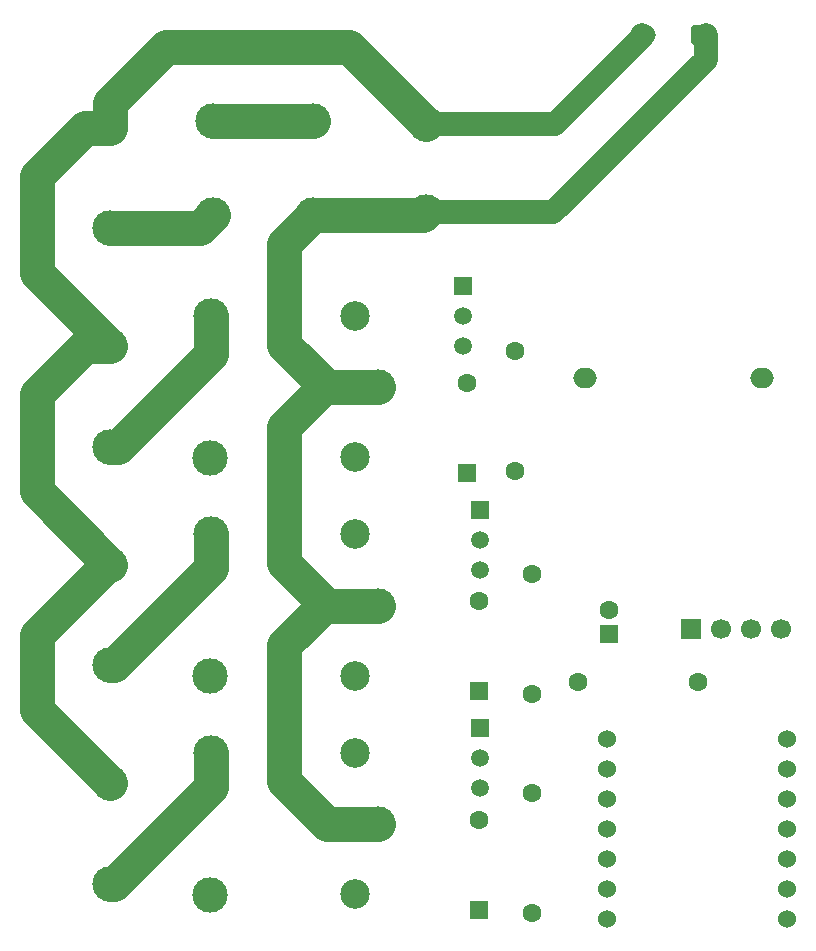
<source format=gbr>
%TF.GenerationSoftware,KiCad,Pcbnew,9.0.5*%
%TF.CreationDate,2025-11-05T07:39:26+01:00*%
%TF.ProjectId,power-sequencer-pcb,706f7765-722d-4736-9571-75656e636572,B*%
%TF.SameCoordinates,Original*%
%TF.FileFunction,Copper,L4,Bot*%
%TF.FilePolarity,Positive*%
%FSLAX46Y46*%
G04 Gerber Fmt 4.6, Leading zero omitted, Abs format (unit mm)*
G04 Created by KiCad (PCBNEW 9.0.5) date 2025-11-05 07:39:26*
%MOMM*%
%LPD*%
G01*
G04 APERTURE LIST*
G04 Aperture macros list*
%AMRoundRect*
0 Rectangle with rounded corners*
0 $1 Rounding radius*
0 $2 $3 $4 $5 $6 $7 $8 $9 X,Y pos of 4 corners*
0 Add a 4 corners polygon primitive as box body*
4,1,4,$2,$3,$4,$5,$6,$7,$8,$9,$2,$3,0*
0 Add four circle primitives for the rounded corners*
1,1,$1+$1,$2,$3*
1,1,$1+$1,$4,$5*
1,1,$1+$1,$6,$7*
1,1,$1+$1,$8,$9*
0 Add four rect primitives between the rounded corners*
20,1,$1+$1,$2,$3,$4,$5,0*
20,1,$1+$1,$4,$5,$6,$7,0*
20,1,$1+$1,$6,$7,$8,$9,0*
20,1,$1+$1,$8,$9,$2,$3,0*%
G04 Aperture macros list end*
%TA.AperFunction,ComponentPad*%
%ADD10C,3.000000*%
%TD*%
%TA.AperFunction,ComponentPad*%
%ADD11C,1.600000*%
%TD*%
%TA.AperFunction,ComponentPad*%
%ADD12RoundRect,0.250000X0.550000X-0.550000X0.550000X0.550000X-0.550000X0.550000X-0.550000X-0.550000X0*%
%TD*%
%TA.AperFunction,ComponentPad*%
%ADD13C,2.500000*%
%TD*%
%TA.AperFunction,ComponentPad*%
%ADD14C,1.524000*%
%TD*%
%TA.AperFunction,ComponentPad*%
%ADD15R,1.500000X1.500000*%
%TD*%
%TA.AperFunction,ComponentPad*%
%ADD16C,1.500000*%
%TD*%
%TA.AperFunction,ComponentPad*%
%ADD17R,1.700000X1.700000*%
%TD*%
%TA.AperFunction,ComponentPad*%
%ADD18C,1.700000*%
%TD*%
%TA.AperFunction,ComponentPad*%
%ADD19RoundRect,0.250000X-0.750000X0.600000X-0.750000X-0.600000X0.750000X-0.600000X0.750000X0.600000X0*%
%TD*%
%TA.AperFunction,ComponentPad*%
%ADD20O,2.000000X1.700000*%
%TD*%
%TA.AperFunction,Conductor*%
%ADD21C,3.000000*%
%TD*%
%TA.AperFunction,Conductor*%
%ADD22C,2.000000*%
%TD*%
G04 APERTURE END LIST*
D10*
%TO.P,SW2,1,A*%
%TO.N,Net-(SW2-A)*%
X103500000Y-69000000D03*
%TO.P,SW2,2,B*%
%TO.N,AC_L*%
X103500000Y-77000000D03*
%TD*%
%TO.P,J1,1,Pin_1*%
%TO.N,Net-(J1-Pin_1)*%
X86307500Y-78095000D03*
%TO.P,J1,2,Pin_2*%
%TO.N,AC_N*%
X86307500Y-69595000D03*
%TD*%
%TO.P,J2,1,Pin_1*%
%TO.N,Net-(J2-Pin_1)*%
X86307500Y-96595000D03*
%TO.P,J2,2,Pin_2*%
%TO.N,AC_N*%
X86307500Y-88095000D03*
%TD*%
%TO.P,J4,1,Pin_1*%
%TO.N,Net-(J4-Pin_1)*%
X86307500Y-133595000D03*
%TO.P,J4,2,Pin_2*%
%TO.N,AC_N*%
X86307500Y-125095000D03*
%TD*%
D11*
%TO.P,R3,1*%
%TO.N,Net-(Q2-B)*%
X122000000Y-107420000D03*
%TO.P,R3,2*%
%TO.N,Net-(U1-GPIO4{slash}MISO)*%
X122000000Y-117580000D03*
%TD*%
D12*
%TO.P,D3,1,K*%
%TO.N,+5V*%
X117500000Y-135810000D03*
D11*
%TO.P,D3,2,A*%
%TO.N,Net-(D3-A)*%
X117500000Y-128190000D03*
%TD*%
%TO.P,R2,1*%
%TO.N,Net-(Q1-B)*%
X120595000Y-88515000D03*
%TO.P,R2,2*%
%TO.N,Net-(U1-GPIO2{slash}SCK)*%
X120595000Y-98675000D03*
%TD*%
D10*
%TO.P,K2,1*%
%TO.N,AC_L*%
X108950000Y-110050000D03*
D13*
%TO.P,K2,2*%
%TO.N,Net-(D2-A)*%
X107000000Y-104000000D03*
D10*
%TO.P,K2,3*%
%TO.N,Net-(J3-Pin_1)*%
X94800000Y-104000000D03*
%TO.P,K2,4*%
%TO.N,unconnected-(K2-Pad4)*%
X94750000Y-116050000D03*
D13*
%TO.P,K2,5*%
%TO.N,+5V*%
X107000000Y-116000000D03*
%TD*%
D10*
%TO.P,RV1,1*%
%TO.N,AC_L*%
X113000000Y-76750000D03*
%TO.P,RV1,2*%
%TO.N,AC_N*%
X113000000Y-69250000D03*
%TD*%
D12*
%TO.P,C1,1*%
%TO.N,+5V*%
X128500000Y-112455113D03*
D11*
%TO.P,C1,2*%
%TO.N,DC_GND*%
X128500000Y-110455113D03*
%TD*%
D14*
%TO.P,U1,1,GPIO26/ADC0/A0*%
%TO.N,unconnected-(U1-GPIO26{slash}ADC0{slash}A0-Pad1)*%
X143620000Y-136620000D03*
%TO.P,U1,2,GPIO27/ADC1/A1*%
%TO.N,unconnected-(U1-GPIO27{slash}ADC1{slash}A1-Pad2)*%
X143620000Y-134080000D03*
%TO.P,U1,3,GPIO28/ADC2/A2*%
%TO.N,unconnected-(U1-GPIO28{slash}ADC2{slash}A2-Pad3)*%
X143620000Y-131540000D03*
%TO.P,U1,4,GPIO29/ADC3/A3*%
%TO.N,unconnected-(U1-GPIO29{slash}ADC3{slash}A3-Pad4)*%
X143620000Y-129000000D03*
%TO.P,U1,5,GPIO6/SDA*%
%TO.N,BUTTON*%
X143620000Y-126460000D03*
%TO.P,U1,6,GPIO7/SCL*%
%TO.N,LED*%
X143620000Y-123920000D03*
%TO.P,U1,7,GPIO0/TX*%
%TO.N,unconnected-(U1-GPIO0{slash}TX-Pad7)*%
X143620000Y-121380000D03*
%TO.P,U1,8,GPIO1/RX*%
%TO.N,unconnected-(U1-GPIO1{slash}RX-Pad8)*%
X128380000Y-121380000D03*
%TO.P,U1,9,GPIO2/SCK*%
%TO.N,Net-(U1-GPIO2{slash}SCK)*%
X128380000Y-123920000D03*
%TO.P,U1,10,GPIO4/MISO*%
%TO.N,Net-(U1-GPIO4{slash}MISO)*%
X128380000Y-126460000D03*
%TO.P,U1,11,GPIO3/MOSI*%
%TO.N,Net-(U1-GPIO3{slash}MOSI)*%
X128380000Y-129000000D03*
%TO.P,U1,12,3V3*%
%TO.N,+3V3*%
X128380000Y-131540000D03*
%TO.P,U1,13,GND*%
%TO.N,DC_GND*%
X128380000Y-134080000D03*
%TO.P,U1,14,VBUS*%
%TO.N,+5V*%
X128380000Y-136620000D03*
%TD*%
D10*
%TO.P,J3,1,Pin_1*%
%TO.N,Net-(J3-Pin_1)*%
X86307500Y-115095000D03*
%TO.P,J3,2,Pin_2*%
%TO.N,AC_N*%
X86307500Y-106595000D03*
%TD*%
D12*
%TO.P,D2,1,K*%
%TO.N,+5V*%
X117500000Y-117310000D03*
D11*
%TO.P,D2,2,A*%
%TO.N,Net-(D2-A)*%
X117500000Y-109690000D03*
%TD*%
D10*
%TO.P,K3,1*%
%TO.N,AC_L*%
X108950000Y-128550000D03*
D13*
%TO.P,K3,2*%
%TO.N,Net-(D3-A)*%
X107000000Y-122500000D03*
D10*
%TO.P,K3,3*%
%TO.N,Net-(J4-Pin_1)*%
X94800000Y-122500000D03*
%TO.P,K3,4*%
%TO.N,unconnected-(K3-Pad4)*%
X94750000Y-134550000D03*
D13*
%TO.P,K3,5*%
%TO.N,+5V*%
X107000000Y-134500000D03*
%TD*%
D11*
%TO.P,R4,1*%
%TO.N,Net-(Q3-B)*%
X122000000Y-125920000D03*
%TO.P,R4,2*%
%TO.N,Net-(U1-GPIO3{slash}MOSI)*%
X122000000Y-136080000D03*
%TD*%
D12*
%TO.P,D1,1,K*%
%TO.N,+5V*%
X116500000Y-98810000D03*
D11*
%TO.P,D1,2,A*%
%TO.N,Net-(D1-A)*%
X116500000Y-91190000D03*
%TD*%
D10*
%TO.P,K1,1*%
%TO.N,AC_L*%
X108950000Y-91550000D03*
D13*
%TO.P,K1,2*%
%TO.N,Net-(D1-A)*%
X107000000Y-85500000D03*
D10*
%TO.P,K1,3*%
%TO.N,Net-(J2-Pin_1)*%
X94800000Y-85500000D03*
%TO.P,K1,4*%
%TO.N,unconnected-(K1-Pad4)*%
X94750000Y-97550000D03*
D13*
%TO.P,K1,5*%
%TO.N,+5V*%
X107000000Y-97500000D03*
%TD*%
D15*
%TO.P,Q3,1,E*%
%TO.N,DC_GND*%
X117640000Y-120460000D03*
D16*
%TO.P,Q3,2,B*%
%TO.N,Net-(Q3-B)*%
X117640000Y-123000000D03*
%TO.P,Q3,3,C*%
%TO.N,Net-(D3-A)*%
X117640000Y-125540000D03*
%TD*%
D17*
%TO.P,SW1,1,1*%
%TO.N,DC_GND*%
X135500000Y-112000000D03*
D18*
%TO.P,SW1,2,2*%
%TO.N,BUTTON*%
X138040000Y-112000000D03*
%TO.P,SW1,3,K*%
%TO.N,DC_GND*%
X140580000Y-112000000D03*
%TO.P,SW1,4,A*%
%TO.N,LED*%
X143120000Y-112000000D03*
%TD*%
D19*
%TO.P,PS1,1,AC/L*%
%TO.N,AC_L*%
X136500000Y-61712500D03*
D20*
%TO.P,PS1,2,AC/N*%
%TO.N,AC_N*%
X131500000Y-61712500D03*
%TO.P,PS1,3,-Vout*%
%TO.N,DC_GND*%
X141500000Y-90792500D03*
%TO.P,PS1,4,+Vout*%
%TO.N,+5V*%
X126500000Y-90792500D03*
%TD*%
D11*
%TO.P,R1,1*%
%TO.N,BUTTON*%
X136080000Y-116500000D03*
%TO.P,R1,2*%
%TO.N,+3V3*%
X125920000Y-116500000D03*
%TD*%
D15*
%TO.P,Q1,1,E*%
%TO.N,DC_GND*%
X116140000Y-82960000D03*
D16*
%TO.P,Q1,2,B*%
%TO.N,Net-(Q1-B)*%
X116140000Y-85500000D03*
%TO.P,Q1,3,C*%
%TO.N,Net-(D1-A)*%
X116140000Y-88040000D03*
%TD*%
D10*
%TO.P,F1,1*%
%TO.N,Net-(J1-Pin_1)*%
X95000000Y-77000000D03*
%TO.P,F1,2*%
%TO.N,Net-(SW2-A)*%
X95000000Y-69000000D03*
%TD*%
D15*
%TO.P,Q2,1,E*%
%TO.N,DC_GND*%
X117640000Y-101960000D03*
D16*
%TO.P,Q2,2,B*%
%TO.N,Net-(Q2-B)*%
X117640000Y-104500000D03*
%TO.P,Q2,3,C*%
%TO.N,Net-(D2-A)*%
X117640000Y-107040000D03*
%TD*%
D21*
%TO.N,Net-(J1-Pin_1)*%
X86307500Y-78095000D02*
X93905000Y-78095000D01*
X93905000Y-78095000D02*
X95000000Y-77000000D01*
%TO.N,Net-(SW2-A)*%
X95000000Y-69000000D02*
X103500000Y-69000000D01*
%TO.N,AC_N*%
X86307500Y-69595000D02*
X84186180Y-69595000D01*
D22*
X131299000Y-61913500D02*
X131299000Y-61712500D01*
D21*
X80106500Y-92174680D02*
X80106500Y-100394000D01*
X80106500Y-118894000D02*
X86307500Y-125095000D01*
X80106500Y-81894000D02*
X86307500Y-88095000D01*
X80106500Y-112526461D02*
X80106500Y-118894000D01*
X80106500Y-100394000D02*
X86307500Y-106595000D01*
X86307500Y-69595000D02*
X86307500Y-67473680D01*
X84186180Y-88095000D02*
X80106500Y-92174680D01*
X90982180Y-62799000D02*
X106549000Y-62799000D01*
X86307500Y-67473680D02*
X90982180Y-62799000D01*
X86307500Y-106595000D02*
X86037961Y-106595000D01*
D22*
X123962500Y-69250000D02*
X131299000Y-61913500D01*
D21*
X80106500Y-73674680D02*
X80106500Y-81894000D01*
X84186180Y-69595000D02*
X80106500Y-73674680D01*
D22*
X113000000Y-69250000D02*
X123962500Y-69250000D01*
D21*
X86307500Y-88095000D02*
X84186180Y-88095000D01*
X86037961Y-106595000D02*
X80106500Y-112526461D01*
X106549000Y-62799000D02*
X113000000Y-69250000D01*
%TO.N,Net-(J2-Pin_1)*%
X86935461Y-96595000D02*
X86307500Y-96595000D01*
X94800000Y-88730461D02*
X86935461Y-96595000D01*
X94800000Y-85500000D02*
X94800000Y-88730461D01*
%TO.N,Net-(J3-Pin_1)*%
X94800000Y-104000000D02*
X94800000Y-106872038D01*
X86577038Y-115095000D02*
X86307500Y-115095000D01*
X94800000Y-106872038D02*
X86577038Y-115095000D01*
%TO.N,Net-(J4-Pin_1)*%
X94800000Y-125372038D02*
X86577038Y-133595000D01*
X86577038Y-133595000D02*
X86307500Y-133595000D01*
X94800000Y-122500000D02*
X94800000Y-125372038D01*
%TO.N,AC_L*%
X103500000Y-77000000D02*
X112750000Y-77000000D01*
X104382461Y-91550000D02*
X101000000Y-94932461D01*
X112750000Y-77000000D02*
X113000000Y-76750000D01*
X101000000Y-124915985D02*
X104634015Y-128550000D01*
X101000000Y-113432461D02*
X101000000Y-124915985D01*
X101049000Y-87964985D02*
X104634015Y-91550000D01*
D22*
X136701000Y-63866824D02*
X136701000Y-61712500D01*
D21*
X103500000Y-77000000D02*
X101049000Y-79451000D01*
X101000000Y-94932461D02*
X101000000Y-106415985D01*
D22*
X123817824Y-76750000D02*
X136701000Y-63866824D01*
D21*
X101049000Y-79451000D02*
X101049000Y-87964985D01*
X108950000Y-110050000D02*
X104382461Y-110050000D01*
X104382461Y-110050000D02*
X101000000Y-113432461D01*
X108950000Y-91550000D02*
X104382461Y-91550000D01*
X104634015Y-128550000D02*
X108950000Y-128550000D01*
X104634015Y-110050000D02*
X108950000Y-110050000D01*
X101000000Y-106415985D02*
X104634015Y-110050000D01*
X104634015Y-91550000D02*
X108950000Y-91550000D01*
D22*
X113000000Y-76750000D02*
X123817824Y-76750000D01*
%TD*%
M02*

</source>
